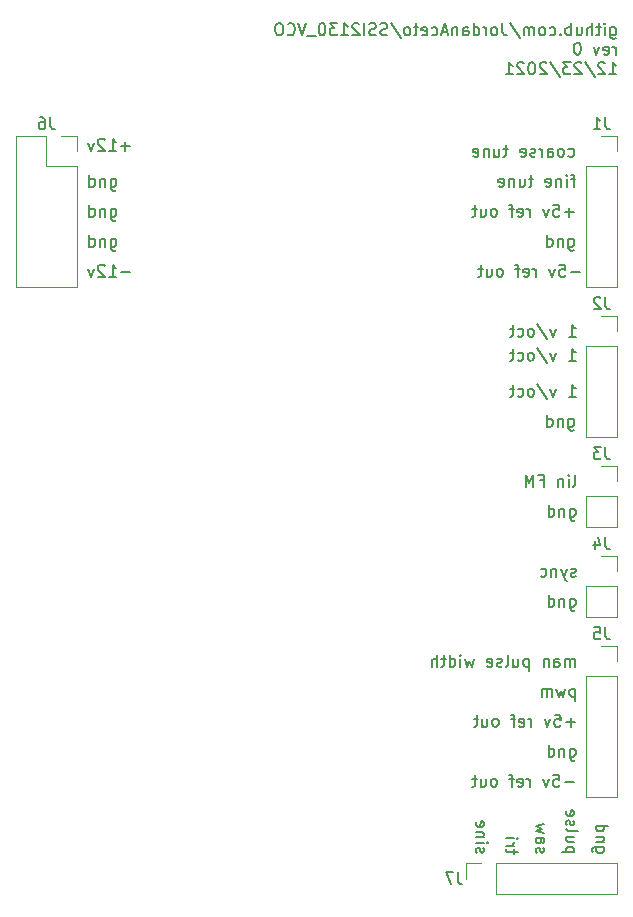
<source format=gbo>
G04 #@! TF.GenerationSoftware,KiCad,Pcbnew,5.1.12-84ad8e8a86~92~ubuntu20.04.1*
G04 #@! TF.CreationDate,2021-12-23T13:48:03-05:00*
G04 #@! TF.ProjectId,SSI2130_VCO,53534932-3133-4305-9f56-434f2e6b6963,0*
G04 #@! TF.SameCoordinates,Original*
G04 #@! TF.FileFunction,Legend,Bot*
G04 #@! TF.FilePolarity,Positive*
%FSLAX46Y46*%
G04 Gerber Fmt 4.6, Leading zero omitted, Abs format (unit mm)*
G04 Created by KiCad (PCBNEW 5.1.12-84ad8e8a86~92~ubuntu20.04.1) date 2021-12-23 13:48:03*
%MOMM*%
%LPD*%
G01*
G04 APERTURE LIST*
%ADD10C,0.150000*%
%ADD11C,0.120000*%
%ADD12C,1.440000*%
%ADD13O,1.700000X1.700000*%
%ADD14R,1.700000X1.700000*%
%ADD15C,5.600000*%
G04 APERTURE END LIST*
D10*
X79499833Y-27599714D02*
X79499833Y-28409238D01*
X79547452Y-28504476D01*
X79595071Y-28552095D01*
X79690309Y-28599714D01*
X79833166Y-28599714D01*
X79928404Y-28552095D01*
X79499833Y-28218761D02*
X79595071Y-28266380D01*
X79785547Y-28266380D01*
X79880785Y-28218761D01*
X79928404Y-28171142D01*
X79976023Y-28075904D01*
X79976023Y-27790190D01*
X79928404Y-27694952D01*
X79880785Y-27647333D01*
X79785547Y-27599714D01*
X79595071Y-27599714D01*
X79499833Y-27647333D01*
X79023642Y-28266380D02*
X79023642Y-27599714D01*
X79023642Y-27266380D02*
X79071261Y-27314000D01*
X79023642Y-27361619D01*
X78976023Y-27314000D01*
X79023642Y-27266380D01*
X79023642Y-27361619D01*
X78690309Y-27599714D02*
X78309357Y-27599714D01*
X78547452Y-27266380D02*
X78547452Y-28123523D01*
X78499833Y-28218761D01*
X78404595Y-28266380D01*
X78309357Y-28266380D01*
X77976023Y-28266380D02*
X77976023Y-27266380D01*
X77547452Y-28266380D02*
X77547452Y-27742571D01*
X77595071Y-27647333D01*
X77690309Y-27599714D01*
X77833166Y-27599714D01*
X77928404Y-27647333D01*
X77976023Y-27694952D01*
X76642690Y-27599714D02*
X76642690Y-28266380D01*
X77071261Y-27599714D02*
X77071261Y-28123523D01*
X77023642Y-28218761D01*
X76928404Y-28266380D01*
X76785547Y-28266380D01*
X76690309Y-28218761D01*
X76642690Y-28171142D01*
X76166500Y-28266380D02*
X76166500Y-27266380D01*
X76166500Y-27647333D02*
X76071261Y-27599714D01*
X75880785Y-27599714D01*
X75785547Y-27647333D01*
X75737928Y-27694952D01*
X75690309Y-27790190D01*
X75690309Y-28075904D01*
X75737928Y-28171142D01*
X75785547Y-28218761D01*
X75880785Y-28266380D01*
X76071261Y-28266380D01*
X76166500Y-28218761D01*
X75261738Y-28171142D02*
X75214119Y-28218761D01*
X75261738Y-28266380D01*
X75309357Y-28218761D01*
X75261738Y-28171142D01*
X75261738Y-28266380D01*
X74356976Y-28218761D02*
X74452214Y-28266380D01*
X74642690Y-28266380D01*
X74737928Y-28218761D01*
X74785547Y-28171142D01*
X74833166Y-28075904D01*
X74833166Y-27790190D01*
X74785547Y-27694952D01*
X74737928Y-27647333D01*
X74642690Y-27599714D01*
X74452214Y-27599714D01*
X74356976Y-27647333D01*
X73785547Y-28266380D02*
X73880785Y-28218761D01*
X73928404Y-28171142D01*
X73976023Y-28075904D01*
X73976023Y-27790190D01*
X73928404Y-27694952D01*
X73880785Y-27647333D01*
X73785547Y-27599714D01*
X73642690Y-27599714D01*
X73547452Y-27647333D01*
X73499833Y-27694952D01*
X73452214Y-27790190D01*
X73452214Y-28075904D01*
X73499833Y-28171142D01*
X73547452Y-28218761D01*
X73642690Y-28266380D01*
X73785547Y-28266380D01*
X73023642Y-28266380D02*
X73023642Y-27599714D01*
X73023642Y-27694952D02*
X72976023Y-27647333D01*
X72880785Y-27599714D01*
X72737928Y-27599714D01*
X72642690Y-27647333D01*
X72595071Y-27742571D01*
X72595071Y-28266380D01*
X72595071Y-27742571D02*
X72547452Y-27647333D01*
X72452214Y-27599714D01*
X72309357Y-27599714D01*
X72214119Y-27647333D01*
X72166500Y-27742571D01*
X72166500Y-28266380D01*
X70976023Y-27218761D02*
X71833166Y-28504476D01*
X70356976Y-27266380D02*
X70356976Y-27980666D01*
X70404595Y-28123523D01*
X70499833Y-28218761D01*
X70642690Y-28266380D01*
X70737928Y-28266380D01*
X69737928Y-28266380D02*
X69833166Y-28218761D01*
X69880785Y-28171142D01*
X69928404Y-28075904D01*
X69928404Y-27790190D01*
X69880785Y-27694952D01*
X69833166Y-27647333D01*
X69737928Y-27599714D01*
X69595071Y-27599714D01*
X69499833Y-27647333D01*
X69452214Y-27694952D01*
X69404595Y-27790190D01*
X69404595Y-28075904D01*
X69452214Y-28171142D01*
X69499833Y-28218761D01*
X69595071Y-28266380D01*
X69737928Y-28266380D01*
X68976023Y-28266380D02*
X68976023Y-27599714D01*
X68976023Y-27790190D02*
X68928404Y-27694952D01*
X68880785Y-27647333D01*
X68785547Y-27599714D01*
X68690309Y-27599714D01*
X67928404Y-28266380D02*
X67928404Y-27266380D01*
X67928404Y-28218761D02*
X68023642Y-28266380D01*
X68214119Y-28266380D01*
X68309357Y-28218761D01*
X68356976Y-28171142D01*
X68404595Y-28075904D01*
X68404595Y-27790190D01*
X68356976Y-27694952D01*
X68309357Y-27647333D01*
X68214119Y-27599714D01*
X68023642Y-27599714D01*
X67928404Y-27647333D01*
X67023642Y-28266380D02*
X67023642Y-27742571D01*
X67071261Y-27647333D01*
X67166500Y-27599714D01*
X67356976Y-27599714D01*
X67452214Y-27647333D01*
X67023642Y-28218761D02*
X67118880Y-28266380D01*
X67356976Y-28266380D01*
X67452214Y-28218761D01*
X67499833Y-28123523D01*
X67499833Y-28028285D01*
X67452214Y-27933047D01*
X67356976Y-27885428D01*
X67118880Y-27885428D01*
X67023642Y-27837809D01*
X66547452Y-27599714D02*
X66547452Y-28266380D01*
X66547452Y-27694952D02*
X66499833Y-27647333D01*
X66404595Y-27599714D01*
X66261738Y-27599714D01*
X66166500Y-27647333D01*
X66118880Y-27742571D01*
X66118880Y-28266380D01*
X65690309Y-27980666D02*
X65214119Y-27980666D01*
X65785547Y-28266380D02*
X65452214Y-27266380D01*
X65118880Y-28266380D01*
X64356976Y-28218761D02*
X64452214Y-28266380D01*
X64642690Y-28266380D01*
X64737928Y-28218761D01*
X64785547Y-28171142D01*
X64833166Y-28075904D01*
X64833166Y-27790190D01*
X64785547Y-27694952D01*
X64737928Y-27647333D01*
X64642690Y-27599714D01*
X64452214Y-27599714D01*
X64356976Y-27647333D01*
X63547452Y-28218761D02*
X63642690Y-28266380D01*
X63833166Y-28266380D01*
X63928404Y-28218761D01*
X63976023Y-28123523D01*
X63976023Y-27742571D01*
X63928404Y-27647333D01*
X63833166Y-27599714D01*
X63642690Y-27599714D01*
X63547452Y-27647333D01*
X63499833Y-27742571D01*
X63499833Y-27837809D01*
X63976023Y-27933047D01*
X63214119Y-27599714D02*
X62833166Y-27599714D01*
X63071261Y-27266380D02*
X63071261Y-28123523D01*
X63023642Y-28218761D01*
X62928404Y-28266380D01*
X62833166Y-28266380D01*
X62356976Y-28266380D02*
X62452214Y-28218761D01*
X62499833Y-28171142D01*
X62547452Y-28075904D01*
X62547452Y-27790190D01*
X62499833Y-27694952D01*
X62452214Y-27647333D01*
X62356976Y-27599714D01*
X62214119Y-27599714D01*
X62118880Y-27647333D01*
X62071261Y-27694952D01*
X62023642Y-27790190D01*
X62023642Y-28075904D01*
X62071261Y-28171142D01*
X62118880Y-28218761D01*
X62214119Y-28266380D01*
X62356976Y-28266380D01*
X60880785Y-27218761D02*
X61737928Y-28504476D01*
X60595071Y-28218761D02*
X60452214Y-28266380D01*
X60214119Y-28266380D01*
X60118880Y-28218761D01*
X60071261Y-28171142D01*
X60023642Y-28075904D01*
X60023642Y-27980666D01*
X60071261Y-27885428D01*
X60118880Y-27837809D01*
X60214119Y-27790190D01*
X60404595Y-27742571D01*
X60499833Y-27694952D01*
X60547452Y-27647333D01*
X60595071Y-27552095D01*
X60595071Y-27456857D01*
X60547452Y-27361619D01*
X60499833Y-27314000D01*
X60404595Y-27266380D01*
X60166500Y-27266380D01*
X60023642Y-27314000D01*
X59642690Y-28218761D02*
X59499833Y-28266380D01*
X59261738Y-28266380D01*
X59166500Y-28218761D01*
X59118880Y-28171142D01*
X59071261Y-28075904D01*
X59071261Y-27980666D01*
X59118880Y-27885428D01*
X59166500Y-27837809D01*
X59261738Y-27790190D01*
X59452214Y-27742571D01*
X59547452Y-27694952D01*
X59595071Y-27647333D01*
X59642690Y-27552095D01*
X59642690Y-27456857D01*
X59595071Y-27361619D01*
X59547452Y-27314000D01*
X59452214Y-27266380D01*
X59214119Y-27266380D01*
X59071261Y-27314000D01*
X58642690Y-28266380D02*
X58642690Y-27266380D01*
X58214119Y-27361619D02*
X58166500Y-27314000D01*
X58071261Y-27266380D01*
X57833166Y-27266380D01*
X57737928Y-27314000D01*
X57690309Y-27361619D01*
X57642690Y-27456857D01*
X57642690Y-27552095D01*
X57690309Y-27694952D01*
X58261738Y-28266380D01*
X57642690Y-28266380D01*
X56690309Y-28266380D02*
X57261738Y-28266380D01*
X56976023Y-28266380D02*
X56976023Y-27266380D01*
X57071261Y-27409238D01*
X57166500Y-27504476D01*
X57261738Y-27552095D01*
X56356976Y-27266380D02*
X55737928Y-27266380D01*
X56071261Y-27647333D01*
X55928404Y-27647333D01*
X55833166Y-27694952D01*
X55785547Y-27742571D01*
X55737928Y-27837809D01*
X55737928Y-28075904D01*
X55785547Y-28171142D01*
X55833166Y-28218761D01*
X55928404Y-28266380D01*
X56214119Y-28266380D01*
X56309357Y-28218761D01*
X56356976Y-28171142D01*
X55118880Y-27266380D02*
X55023642Y-27266380D01*
X54928404Y-27314000D01*
X54880785Y-27361619D01*
X54833166Y-27456857D01*
X54785547Y-27647333D01*
X54785547Y-27885428D01*
X54833166Y-28075904D01*
X54880785Y-28171142D01*
X54928404Y-28218761D01*
X55023642Y-28266380D01*
X55118880Y-28266380D01*
X55214119Y-28218761D01*
X55261738Y-28171142D01*
X55309357Y-28075904D01*
X55356976Y-27885428D01*
X55356976Y-27647333D01*
X55309357Y-27456857D01*
X55261738Y-27361619D01*
X55214119Y-27314000D01*
X55118880Y-27266380D01*
X54595071Y-28361619D02*
X53833166Y-28361619D01*
X53737928Y-27266380D02*
X53404595Y-28266380D01*
X53071261Y-27266380D01*
X52166500Y-28171142D02*
X52214119Y-28218761D01*
X52356976Y-28266380D01*
X52452214Y-28266380D01*
X52595071Y-28218761D01*
X52690309Y-28123523D01*
X52737928Y-28028285D01*
X52785547Y-27837809D01*
X52785547Y-27694952D01*
X52737928Y-27504476D01*
X52690309Y-27409238D01*
X52595071Y-27314000D01*
X52452214Y-27266380D01*
X52356976Y-27266380D01*
X52214119Y-27314000D01*
X52166500Y-27361619D01*
X51547452Y-27266380D02*
X51356976Y-27266380D01*
X51261738Y-27314000D01*
X51166500Y-27409238D01*
X51118880Y-27599714D01*
X51118880Y-27933047D01*
X51166500Y-28123523D01*
X51261738Y-28218761D01*
X51356976Y-28266380D01*
X51547452Y-28266380D01*
X51642690Y-28218761D01*
X51737928Y-28123523D01*
X51785547Y-27933047D01*
X51785547Y-27599714D01*
X51737928Y-27409238D01*
X51642690Y-27314000D01*
X51547452Y-27266380D01*
X79928404Y-29916380D02*
X79928404Y-29249714D01*
X79928404Y-29440190D02*
X79880785Y-29344952D01*
X79833166Y-29297333D01*
X79737928Y-29249714D01*
X79642690Y-29249714D01*
X78928404Y-29868761D02*
X79023642Y-29916380D01*
X79214119Y-29916380D01*
X79309357Y-29868761D01*
X79356976Y-29773523D01*
X79356976Y-29392571D01*
X79309357Y-29297333D01*
X79214119Y-29249714D01*
X79023642Y-29249714D01*
X78928404Y-29297333D01*
X78880785Y-29392571D01*
X78880785Y-29487809D01*
X79356976Y-29583047D01*
X78547452Y-29249714D02*
X78309357Y-29916380D01*
X78071261Y-29249714D01*
X76737928Y-28916380D02*
X76642690Y-28916380D01*
X76547452Y-28964000D01*
X76499833Y-29011619D01*
X76452214Y-29106857D01*
X76404595Y-29297333D01*
X76404595Y-29535428D01*
X76452214Y-29725904D01*
X76499833Y-29821142D01*
X76547452Y-29868761D01*
X76642690Y-29916380D01*
X76737928Y-29916380D01*
X76833166Y-29868761D01*
X76880785Y-29821142D01*
X76928404Y-29725904D01*
X76976023Y-29535428D01*
X76976023Y-29297333D01*
X76928404Y-29106857D01*
X76880785Y-29011619D01*
X76833166Y-28964000D01*
X76737928Y-28916380D01*
X79404595Y-31566380D02*
X79976023Y-31566380D01*
X79690309Y-31566380D02*
X79690309Y-30566380D01*
X79785547Y-30709238D01*
X79880785Y-30804476D01*
X79976023Y-30852095D01*
X79023642Y-30661619D02*
X78976023Y-30614000D01*
X78880785Y-30566380D01*
X78642690Y-30566380D01*
X78547452Y-30614000D01*
X78499833Y-30661619D01*
X78452214Y-30756857D01*
X78452214Y-30852095D01*
X78499833Y-30994952D01*
X79071261Y-31566380D01*
X78452214Y-31566380D01*
X77309357Y-30518761D02*
X78166500Y-31804476D01*
X77023642Y-30661619D02*
X76976023Y-30614000D01*
X76880785Y-30566380D01*
X76642690Y-30566380D01*
X76547452Y-30614000D01*
X76499833Y-30661619D01*
X76452214Y-30756857D01*
X76452214Y-30852095D01*
X76499833Y-30994952D01*
X77071261Y-31566380D01*
X76452214Y-31566380D01*
X76118880Y-30566380D02*
X75499833Y-30566380D01*
X75833166Y-30947333D01*
X75690309Y-30947333D01*
X75595071Y-30994952D01*
X75547452Y-31042571D01*
X75499833Y-31137809D01*
X75499833Y-31375904D01*
X75547452Y-31471142D01*
X75595071Y-31518761D01*
X75690309Y-31566380D01*
X75976023Y-31566380D01*
X76071261Y-31518761D01*
X76118880Y-31471142D01*
X74356976Y-30518761D02*
X75214119Y-31804476D01*
X74071261Y-30661619D02*
X74023642Y-30614000D01*
X73928404Y-30566380D01*
X73690309Y-30566380D01*
X73595071Y-30614000D01*
X73547452Y-30661619D01*
X73499833Y-30756857D01*
X73499833Y-30852095D01*
X73547452Y-30994952D01*
X74118880Y-31566380D01*
X73499833Y-31566380D01*
X72880785Y-30566380D02*
X72785547Y-30566380D01*
X72690309Y-30614000D01*
X72642690Y-30661619D01*
X72595071Y-30756857D01*
X72547452Y-30947333D01*
X72547452Y-31185428D01*
X72595071Y-31375904D01*
X72642690Y-31471142D01*
X72690309Y-31518761D01*
X72785547Y-31566380D01*
X72880785Y-31566380D01*
X72976023Y-31518761D01*
X73023642Y-31471142D01*
X73071261Y-31375904D01*
X73118880Y-31185428D01*
X73118880Y-30947333D01*
X73071261Y-30756857D01*
X73023642Y-30661619D01*
X72976023Y-30614000D01*
X72880785Y-30566380D01*
X72166500Y-30661619D02*
X72118880Y-30614000D01*
X72023642Y-30566380D01*
X71785547Y-30566380D01*
X71690309Y-30614000D01*
X71642690Y-30661619D01*
X71595071Y-30756857D01*
X71595071Y-30852095D01*
X71642690Y-30994952D01*
X72214119Y-31566380D01*
X71595071Y-31566380D01*
X70642690Y-31566380D02*
X71214119Y-31566380D01*
X70928404Y-31566380D02*
X70928404Y-30566380D01*
X71023642Y-30709238D01*
X71118880Y-30804476D01*
X71214119Y-30852095D01*
X38816166Y-48331428D02*
X38054261Y-48331428D01*
X37054261Y-48712380D02*
X37625690Y-48712380D01*
X37339976Y-48712380D02*
X37339976Y-47712380D01*
X37435214Y-47855238D01*
X37530452Y-47950476D01*
X37625690Y-47998095D01*
X36673309Y-47807619D02*
X36625690Y-47760000D01*
X36530452Y-47712380D01*
X36292357Y-47712380D01*
X36197119Y-47760000D01*
X36149500Y-47807619D01*
X36101880Y-47902857D01*
X36101880Y-47998095D01*
X36149500Y-48140952D01*
X36720928Y-48712380D01*
X36101880Y-48712380D01*
X35768547Y-48045714D02*
X35530452Y-48712380D01*
X35292357Y-48045714D01*
X37197119Y-45505714D02*
X37197119Y-46315238D01*
X37244738Y-46410476D01*
X37292357Y-46458095D01*
X37387595Y-46505714D01*
X37530452Y-46505714D01*
X37625690Y-46458095D01*
X37197119Y-46124761D02*
X37292357Y-46172380D01*
X37482833Y-46172380D01*
X37578071Y-46124761D01*
X37625690Y-46077142D01*
X37673309Y-45981904D01*
X37673309Y-45696190D01*
X37625690Y-45600952D01*
X37578071Y-45553333D01*
X37482833Y-45505714D01*
X37292357Y-45505714D01*
X37197119Y-45553333D01*
X36720928Y-45505714D02*
X36720928Y-46172380D01*
X36720928Y-45600952D02*
X36673309Y-45553333D01*
X36578071Y-45505714D01*
X36435214Y-45505714D01*
X36339976Y-45553333D01*
X36292357Y-45648571D01*
X36292357Y-46172380D01*
X35387595Y-46172380D02*
X35387595Y-45172380D01*
X35387595Y-46124761D02*
X35482833Y-46172380D01*
X35673309Y-46172380D01*
X35768547Y-46124761D01*
X35816166Y-46077142D01*
X35863785Y-45981904D01*
X35863785Y-45696190D01*
X35816166Y-45600952D01*
X35768547Y-45553333D01*
X35673309Y-45505714D01*
X35482833Y-45505714D01*
X35387595Y-45553333D01*
X37197119Y-42965714D02*
X37197119Y-43775238D01*
X37244738Y-43870476D01*
X37292357Y-43918095D01*
X37387595Y-43965714D01*
X37530452Y-43965714D01*
X37625690Y-43918095D01*
X37197119Y-43584761D02*
X37292357Y-43632380D01*
X37482833Y-43632380D01*
X37578071Y-43584761D01*
X37625690Y-43537142D01*
X37673309Y-43441904D01*
X37673309Y-43156190D01*
X37625690Y-43060952D01*
X37578071Y-43013333D01*
X37482833Y-42965714D01*
X37292357Y-42965714D01*
X37197119Y-43013333D01*
X36720928Y-42965714D02*
X36720928Y-43632380D01*
X36720928Y-43060952D02*
X36673309Y-43013333D01*
X36578071Y-42965714D01*
X36435214Y-42965714D01*
X36339976Y-43013333D01*
X36292357Y-43108571D01*
X36292357Y-43632380D01*
X35387595Y-43632380D02*
X35387595Y-42632380D01*
X35387595Y-43584761D02*
X35482833Y-43632380D01*
X35673309Y-43632380D01*
X35768547Y-43584761D01*
X35816166Y-43537142D01*
X35863785Y-43441904D01*
X35863785Y-43156190D01*
X35816166Y-43060952D01*
X35768547Y-43013333D01*
X35673309Y-42965714D01*
X35482833Y-42965714D01*
X35387595Y-43013333D01*
X37197119Y-40425714D02*
X37197119Y-41235238D01*
X37244738Y-41330476D01*
X37292357Y-41378095D01*
X37387595Y-41425714D01*
X37530452Y-41425714D01*
X37625690Y-41378095D01*
X37197119Y-41044761D02*
X37292357Y-41092380D01*
X37482833Y-41092380D01*
X37578071Y-41044761D01*
X37625690Y-40997142D01*
X37673309Y-40901904D01*
X37673309Y-40616190D01*
X37625690Y-40520952D01*
X37578071Y-40473333D01*
X37482833Y-40425714D01*
X37292357Y-40425714D01*
X37197119Y-40473333D01*
X36720928Y-40425714D02*
X36720928Y-41092380D01*
X36720928Y-40520952D02*
X36673309Y-40473333D01*
X36578071Y-40425714D01*
X36435214Y-40425714D01*
X36339976Y-40473333D01*
X36292357Y-40568571D01*
X36292357Y-41092380D01*
X35387595Y-41092380D02*
X35387595Y-40092380D01*
X35387595Y-41044761D02*
X35482833Y-41092380D01*
X35673309Y-41092380D01*
X35768547Y-41044761D01*
X35816166Y-40997142D01*
X35863785Y-40901904D01*
X35863785Y-40616190D01*
X35816166Y-40520952D01*
X35768547Y-40473333D01*
X35673309Y-40425714D01*
X35482833Y-40425714D01*
X35387595Y-40473333D01*
X38816166Y-37663428D02*
X38054261Y-37663428D01*
X38435214Y-38044380D02*
X38435214Y-37282476D01*
X37054261Y-38044380D02*
X37625690Y-38044380D01*
X37339976Y-38044380D02*
X37339976Y-37044380D01*
X37435214Y-37187238D01*
X37530452Y-37282476D01*
X37625690Y-37330095D01*
X36673309Y-37139619D02*
X36625690Y-37092000D01*
X36530452Y-37044380D01*
X36292357Y-37044380D01*
X36197119Y-37092000D01*
X36149500Y-37139619D01*
X36101880Y-37234857D01*
X36101880Y-37330095D01*
X36149500Y-37472952D01*
X36720928Y-38044380D01*
X36101880Y-38044380D01*
X35768547Y-37377714D02*
X35530452Y-38044380D01*
X35292357Y-37377714D01*
X76880404Y-48331428D02*
X76118500Y-48331428D01*
X75166119Y-47712380D02*
X75642309Y-47712380D01*
X75689928Y-48188571D01*
X75642309Y-48140952D01*
X75547071Y-48093333D01*
X75308976Y-48093333D01*
X75213738Y-48140952D01*
X75166119Y-48188571D01*
X75118500Y-48283809D01*
X75118500Y-48521904D01*
X75166119Y-48617142D01*
X75213738Y-48664761D01*
X75308976Y-48712380D01*
X75547071Y-48712380D01*
X75642309Y-48664761D01*
X75689928Y-48617142D01*
X74785166Y-48045714D02*
X74547071Y-48712380D01*
X74308976Y-48045714D01*
X73166119Y-48712380D02*
X73166119Y-48045714D01*
X73166119Y-48236190D02*
X73118500Y-48140952D01*
X73070880Y-48093333D01*
X72975642Y-48045714D01*
X72880404Y-48045714D01*
X72166119Y-48664761D02*
X72261357Y-48712380D01*
X72451833Y-48712380D01*
X72547071Y-48664761D01*
X72594690Y-48569523D01*
X72594690Y-48188571D01*
X72547071Y-48093333D01*
X72451833Y-48045714D01*
X72261357Y-48045714D01*
X72166119Y-48093333D01*
X72118500Y-48188571D01*
X72118500Y-48283809D01*
X72594690Y-48379047D01*
X71832785Y-48045714D02*
X71451833Y-48045714D01*
X71689928Y-48712380D02*
X71689928Y-47855238D01*
X71642309Y-47760000D01*
X71547071Y-47712380D01*
X71451833Y-47712380D01*
X70213738Y-48712380D02*
X70308976Y-48664761D01*
X70356595Y-48617142D01*
X70404214Y-48521904D01*
X70404214Y-48236190D01*
X70356595Y-48140952D01*
X70308976Y-48093333D01*
X70213738Y-48045714D01*
X70070880Y-48045714D01*
X69975642Y-48093333D01*
X69928023Y-48140952D01*
X69880404Y-48236190D01*
X69880404Y-48521904D01*
X69928023Y-48617142D01*
X69975642Y-48664761D01*
X70070880Y-48712380D01*
X70213738Y-48712380D01*
X69023261Y-48045714D02*
X69023261Y-48712380D01*
X69451833Y-48045714D02*
X69451833Y-48569523D01*
X69404214Y-48664761D01*
X69308976Y-48712380D01*
X69166119Y-48712380D01*
X69070880Y-48664761D01*
X69023261Y-48617142D01*
X68689928Y-48045714D02*
X68308976Y-48045714D01*
X68547071Y-47712380D02*
X68547071Y-48569523D01*
X68499452Y-48664761D01*
X68404214Y-48712380D01*
X68308976Y-48712380D01*
X75943833Y-45505714D02*
X75943833Y-46315238D01*
X75991452Y-46410476D01*
X76039071Y-46458095D01*
X76134309Y-46505714D01*
X76277166Y-46505714D01*
X76372404Y-46458095D01*
X75943833Y-46124761D02*
X76039071Y-46172380D01*
X76229547Y-46172380D01*
X76324785Y-46124761D01*
X76372404Y-46077142D01*
X76420023Y-45981904D01*
X76420023Y-45696190D01*
X76372404Y-45600952D01*
X76324785Y-45553333D01*
X76229547Y-45505714D01*
X76039071Y-45505714D01*
X75943833Y-45553333D01*
X75467642Y-45505714D02*
X75467642Y-46172380D01*
X75467642Y-45600952D02*
X75420023Y-45553333D01*
X75324785Y-45505714D01*
X75181928Y-45505714D01*
X75086690Y-45553333D01*
X75039071Y-45648571D01*
X75039071Y-46172380D01*
X74134309Y-46172380D02*
X74134309Y-45172380D01*
X74134309Y-46124761D02*
X74229547Y-46172380D01*
X74420023Y-46172380D01*
X74515261Y-46124761D01*
X74562880Y-46077142D01*
X74610500Y-45981904D01*
X74610500Y-45696190D01*
X74562880Y-45600952D01*
X74515261Y-45553333D01*
X74420023Y-45505714D01*
X74229547Y-45505714D01*
X74134309Y-45553333D01*
X76372404Y-43251428D02*
X75610500Y-43251428D01*
X75991452Y-43632380D02*
X75991452Y-42870476D01*
X74658119Y-42632380D02*
X75134309Y-42632380D01*
X75181928Y-43108571D01*
X75134309Y-43060952D01*
X75039071Y-43013333D01*
X74800976Y-43013333D01*
X74705738Y-43060952D01*
X74658119Y-43108571D01*
X74610500Y-43203809D01*
X74610500Y-43441904D01*
X74658119Y-43537142D01*
X74705738Y-43584761D01*
X74800976Y-43632380D01*
X75039071Y-43632380D01*
X75134309Y-43584761D01*
X75181928Y-43537142D01*
X74277166Y-42965714D02*
X74039071Y-43632380D01*
X73800976Y-42965714D01*
X72658119Y-43632380D02*
X72658119Y-42965714D01*
X72658119Y-43156190D02*
X72610500Y-43060952D01*
X72562880Y-43013333D01*
X72467642Y-42965714D01*
X72372404Y-42965714D01*
X71658119Y-43584761D02*
X71753357Y-43632380D01*
X71943833Y-43632380D01*
X72039071Y-43584761D01*
X72086690Y-43489523D01*
X72086690Y-43108571D01*
X72039071Y-43013333D01*
X71943833Y-42965714D01*
X71753357Y-42965714D01*
X71658119Y-43013333D01*
X71610500Y-43108571D01*
X71610500Y-43203809D01*
X72086690Y-43299047D01*
X71324785Y-42965714D02*
X70943833Y-42965714D01*
X71181928Y-43632380D02*
X71181928Y-42775238D01*
X71134309Y-42680000D01*
X71039071Y-42632380D01*
X70943833Y-42632380D01*
X69705738Y-43632380D02*
X69800976Y-43584761D01*
X69848595Y-43537142D01*
X69896214Y-43441904D01*
X69896214Y-43156190D01*
X69848595Y-43060952D01*
X69800976Y-43013333D01*
X69705738Y-42965714D01*
X69562880Y-42965714D01*
X69467642Y-43013333D01*
X69420023Y-43060952D01*
X69372404Y-43156190D01*
X69372404Y-43441904D01*
X69420023Y-43537142D01*
X69467642Y-43584761D01*
X69562880Y-43632380D01*
X69705738Y-43632380D01*
X68515261Y-42965714D02*
X68515261Y-43632380D01*
X68943833Y-42965714D02*
X68943833Y-43489523D01*
X68896214Y-43584761D01*
X68800976Y-43632380D01*
X68658119Y-43632380D01*
X68562880Y-43584761D01*
X68515261Y-43537142D01*
X68181928Y-42965714D02*
X67800976Y-42965714D01*
X68039071Y-42632380D02*
X68039071Y-43489523D01*
X67991452Y-43584761D01*
X67896214Y-43632380D01*
X67800976Y-43632380D01*
X76515261Y-40425714D02*
X76134309Y-40425714D01*
X76372404Y-41092380D02*
X76372404Y-40235238D01*
X76324785Y-40140000D01*
X76229547Y-40092380D01*
X76134309Y-40092380D01*
X75800976Y-41092380D02*
X75800976Y-40425714D01*
X75800976Y-40092380D02*
X75848595Y-40140000D01*
X75800976Y-40187619D01*
X75753357Y-40140000D01*
X75800976Y-40092380D01*
X75800976Y-40187619D01*
X75324785Y-40425714D02*
X75324785Y-41092380D01*
X75324785Y-40520952D02*
X75277166Y-40473333D01*
X75181928Y-40425714D01*
X75039071Y-40425714D01*
X74943833Y-40473333D01*
X74896214Y-40568571D01*
X74896214Y-41092380D01*
X74039071Y-41044761D02*
X74134309Y-41092380D01*
X74324785Y-41092380D01*
X74420023Y-41044761D01*
X74467642Y-40949523D01*
X74467642Y-40568571D01*
X74420023Y-40473333D01*
X74324785Y-40425714D01*
X74134309Y-40425714D01*
X74039071Y-40473333D01*
X73991452Y-40568571D01*
X73991452Y-40663809D01*
X74467642Y-40759047D01*
X72943833Y-40425714D02*
X72562880Y-40425714D01*
X72800976Y-40092380D02*
X72800976Y-40949523D01*
X72753357Y-41044761D01*
X72658119Y-41092380D01*
X72562880Y-41092380D01*
X71800976Y-40425714D02*
X71800976Y-41092380D01*
X72229547Y-40425714D02*
X72229547Y-40949523D01*
X72181928Y-41044761D01*
X72086690Y-41092380D01*
X71943833Y-41092380D01*
X71848595Y-41044761D01*
X71800976Y-40997142D01*
X71324785Y-40425714D02*
X71324785Y-41092380D01*
X71324785Y-40520952D02*
X71277166Y-40473333D01*
X71181928Y-40425714D01*
X71039071Y-40425714D01*
X70943833Y-40473333D01*
X70896214Y-40568571D01*
X70896214Y-41092380D01*
X70039071Y-41044761D02*
X70134309Y-41092380D01*
X70324785Y-41092380D01*
X70420023Y-41044761D01*
X70467642Y-40949523D01*
X70467642Y-40568571D01*
X70420023Y-40473333D01*
X70324785Y-40425714D01*
X70134309Y-40425714D01*
X70039071Y-40473333D01*
X69991452Y-40568571D01*
X69991452Y-40663809D01*
X70467642Y-40759047D01*
X75943833Y-38504761D02*
X76039071Y-38552380D01*
X76229547Y-38552380D01*
X76324785Y-38504761D01*
X76372404Y-38457142D01*
X76420023Y-38361904D01*
X76420023Y-38076190D01*
X76372404Y-37980952D01*
X76324785Y-37933333D01*
X76229547Y-37885714D01*
X76039071Y-37885714D01*
X75943833Y-37933333D01*
X75372404Y-38552380D02*
X75467642Y-38504761D01*
X75515261Y-38457142D01*
X75562880Y-38361904D01*
X75562880Y-38076190D01*
X75515261Y-37980952D01*
X75467642Y-37933333D01*
X75372404Y-37885714D01*
X75229547Y-37885714D01*
X75134309Y-37933333D01*
X75086690Y-37980952D01*
X75039071Y-38076190D01*
X75039071Y-38361904D01*
X75086690Y-38457142D01*
X75134309Y-38504761D01*
X75229547Y-38552380D01*
X75372404Y-38552380D01*
X74181928Y-38552380D02*
X74181928Y-38028571D01*
X74229547Y-37933333D01*
X74324785Y-37885714D01*
X74515261Y-37885714D01*
X74610500Y-37933333D01*
X74181928Y-38504761D02*
X74277166Y-38552380D01*
X74515261Y-38552380D01*
X74610500Y-38504761D01*
X74658119Y-38409523D01*
X74658119Y-38314285D01*
X74610500Y-38219047D01*
X74515261Y-38171428D01*
X74277166Y-38171428D01*
X74181928Y-38123809D01*
X73705738Y-38552380D02*
X73705738Y-37885714D01*
X73705738Y-38076190D02*
X73658119Y-37980952D01*
X73610500Y-37933333D01*
X73515261Y-37885714D01*
X73420023Y-37885714D01*
X73134309Y-38504761D02*
X73039071Y-38552380D01*
X72848595Y-38552380D01*
X72753357Y-38504761D01*
X72705738Y-38409523D01*
X72705738Y-38361904D01*
X72753357Y-38266666D01*
X72848595Y-38219047D01*
X72991452Y-38219047D01*
X73086690Y-38171428D01*
X73134309Y-38076190D01*
X73134309Y-38028571D01*
X73086690Y-37933333D01*
X72991452Y-37885714D01*
X72848595Y-37885714D01*
X72753357Y-37933333D01*
X71896214Y-38504761D02*
X71991452Y-38552380D01*
X72181928Y-38552380D01*
X72277166Y-38504761D01*
X72324785Y-38409523D01*
X72324785Y-38028571D01*
X72277166Y-37933333D01*
X72181928Y-37885714D01*
X71991452Y-37885714D01*
X71896214Y-37933333D01*
X71848595Y-38028571D01*
X71848595Y-38123809D01*
X72324785Y-38219047D01*
X70800976Y-37885714D02*
X70420023Y-37885714D01*
X70658119Y-37552380D02*
X70658119Y-38409523D01*
X70610500Y-38504761D01*
X70515261Y-38552380D01*
X70420023Y-38552380D01*
X69658119Y-37885714D02*
X69658119Y-38552380D01*
X70086690Y-37885714D02*
X70086690Y-38409523D01*
X70039071Y-38504761D01*
X69943833Y-38552380D01*
X69800976Y-38552380D01*
X69705738Y-38504761D01*
X69658119Y-38457142D01*
X69181928Y-37885714D02*
X69181928Y-38552380D01*
X69181928Y-37980952D02*
X69134309Y-37933333D01*
X69039071Y-37885714D01*
X68896214Y-37885714D01*
X68800976Y-37933333D01*
X68753357Y-38028571D01*
X68753357Y-38552380D01*
X67896214Y-38504761D02*
X67991452Y-38552380D01*
X68181928Y-38552380D01*
X68277166Y-38504761D01*
X68324785Y-38409523D01*
X68324785Y-38028571D01*
X68277166Y-37933333D01*
X68181928Y-37885714D01*
X67991452Y-37885714D01*
X67896214Y-37933333D01*
X67848595Y-38028571D01*
X67848595Y-38123809D01*
X68324785Y-38219047D01*
X75943833Y-60745714D02*
X75943833Y-61555238D01*
X75991452Y-61650476D01*
X76039071Y-61698095D01*
X76134309Y-61745714D01*
X76277166Y-61745714D01*
X76372404Y-61698095D01*
X75943833Y-61364761D02*
X76039071Y-61412380D01*
X76229547Y-61412380D01*
X76324785Y-61364761D01*
X76372404Y-61317142D01*
X76420023Y-61221904D01*
X76420023Y-60936190D01*
X76372404Y-60840952D01*
X76324785Y-60793333D01*
X76229547Y-60745714D01*
X76039071Y-60745714D01*
X75943833Y-60793333D01*
X75467642Y-60745714D02*
X75467642Y-61412380D01*
X75467642Y-60840952D02*
X75420023Y-60793333D01*
X75324785Y-60745714D01*
X75181928Y-60745714D01*
X75086690Y-60793333D01*
X75039071Y-60888571D01*
X75039071Y-61412380D01*
X74134309Y-61412380D02*
X74134309Y-60412380D01*
X74134309Y-61364761D02*
X74229547Y-61412380D01*
X74420023Y-61412380D01*
X74515261Y-61364761D01*
X74562880Y-61317142D01*
X74610500Y-61221904D01*
X74610500Y-60936190D01*
X74562880Y-60840952D01*
X74515261Y-60793333D01*
X74420023Y-60745714D01*
X74229547Y-60745714D01*
X74134309Y-60793333D01*
X75975595Y-58872380D02*
X76547023Y-58872380D01*
X76261309Y-58872380D02*
X76261309Y-57872380D01*
X76356547Y-58015238D01*
X76451785Y-58110476D01*
X76547023Y-58158095D01*
X74880357Y-58205714D02*
X74642261Y-58872380D01*
X74404166Y-58205714D01*
X73308928Y-57824761D02*
X74166071Y-59110476D01*
X72832738Y-58872380D02*
X72927976Y-58824761D01*
X72975595Y-58777142D01*
X73023214Y-58681904D01*
X73023214Y-58396190D01*
X72975595Y-58300952D01*
X72927976Y-58253333D01*
X72832738Y-58205714D01*
X72689880Y-58205714D01*
X72594642Y-58253333D01*
X72547023Y-58300952D01*
X72499404Y-58396190D01*
X72499404Y-58681904D01*
X72547023Y-58777142D01*
X72594642Y-58824761D01*
X72689880Y-58872380D01*
X72832738Y-58872380D01*
X71642261Y-58824761D02*
X71737500Y-58872380D01*
X71927976Y-58872380D01*
X72023214Y-58824761D01*
X72070833Y-58777142D01*
X72118452Y-58681904D01*
X72118452Y-58396190D01*
X72070833Y-58300952D01*
X72023214Y-58253333D01*
X71927976Y-58205714D01*
X71737500Y-58205714D01*
X71642261Y-58253333D01*
X71356547Y-58205714D02*
X70975595Y-58205714D01*
X71213690Y-57872380D02*
X71213690Y-58729523D01*
X71166071Y-58824761D01*
X71070833Y-58872380D01*
X70975595Y-58872380D01*
X75975595Y-55824380D02*
X76547023Y-55824380D01*
X76261309Y-55824380D02*
X76261309Y-54824380D01*
X76356547Y-54967238D01*
X76451785Y-55062476D01*
X76547023Y-55110095D01*
X74880357Y-55157714D02*
X74642261Y-55824380D01*
X74404166Y-55157714D01*
X73308928Y-54776761D02*
X74166071Y-56062476D01*
X72832738Y-55824380D02*
X72927976Y-55776761D01*
X72975595Y-55729142D01*
X73023214Y-55633904D01*
X73023214Y-55348190D01*
X72975595Y-55252952D01*
X72927976Y-55205333D01*
X72832738Y-55157714D01*
X72689880Y-55157714D01*
X72594642Y-55205333D01*
X72547023Y-55252952D01*
X72499404Y-55348190D01*
X72499404Y-55633904D01*
X72547023Y-55729142D01*
X72594642Y-55776761D01*
X72689880Y-55824380D01*
X72832738Y-55824380D01*
X71642261Y-55776761D02*
X71737500Y-55824380D01*
X71927976Y-55824380D01*
X72023214Y-55776761D01*
X72070833Y-55729142D01*
X72118452Y-55633904D01*
X72118452Y-55348190D01*
X72070833Y-55252952D01*
X72023214Y-55205333D01*
X71927976Y-55157714D01*
X71737500Y-55157714D01*
X71642261Y-55205333D01*
X71356547Y-55157714D02*
X70975595Y-55157714D01*
X71213690Y-54824380D02*
X71213690Y-55681523D01*
X71166071Y-55776761D01*
X71070833Y-55824380D01*
X70975595Y-55824380D01*
X75975595Y-53792380D02*
X76547023Y-53792380D01*
X76261309Y-53792380D02*
X76261309Y-52792380D01*
X76356547Y-52935238D01*
X76451785Y-53030476D01*
X76547023Y-53078095D01*
X74880357Y-53125714D02*
X74642261Y-53792380D01*
X74404166Y-53125714D01*
X73308928Y-52744761D02*
X74166071Y-54030476D01*
X72832738Y-53792380D02*
X72927976Y-53744761D01*
X72975595Y-53697142D01*
X73023214Y-53601904D01*
X73023214Y-53316190D01*
X72975595Y-53220952D01*
X72927976Y-53173333D01*
X72832738Y-53125714D01*
X72689880Y-53125714D01*
X72594642Y-53173333D01*
X72547023Y-53220952D01*
X72499404Y-53316190D01*
X72499404Y-53601904D01*
X72547023Y-53697142D01*
X72594642Y-53744761D01*
X72689880Y-53792380D01*
X72832738Y-53792380D01*
X71642261Y-53744761D02*
X71737500Y-53792380D01*
X71927976Y-53792380D01*
X72023214Y-53744761D01*
X72070833Y-53697142D01*
X72118452Y-53601904D01*
X72118452Y-53316190D01*
X72070833Y-53220952D01*
X72023214Y-53173333D01*
X71927976Y-53125714D01*
X71737500Y-53125714D01*
X71642261Y-53173333D01*
X71356547Y-53125714D02*
X70975595Y-53125714D01*
X71213690Y-52792380D02*
X71213690Y-53649523D01*
X71166071Y-53744761D01*
X71070833Y-53792380D01*
X70975595Y-53792380D01*
X76070833Y-68365714D02*
X76070833Y-69175238D01*
X76118452Y-69270476D01*
X76166071Y-69318095D01*
X76261309Y-69365714D01*
X76404166Y-69365714D01*
X76499404Y-69318095D01*
X76070833Y-68984761D02*
X76166071Y-69032380D01*
X76356547Y-69032380D01*
X76451785Y-68984761D01*
X76499404Y-68937142D01*
X76547023Y-68841904D01*
X76547023Y-68556190D01*
X76499404Y-68460952D01*
X76451785Y-68413333D01*
X76356547Y-68365714D01*
X76166071Y-68365714D01*
X76070833Y-68413333D01*
X75594642Y-68365714D02*
X75594642Y-69032380D01*
X75594642Y-68460952D02*
X75547023Y-68413333D01*
X75451785Y-68365714D01*
X75308928Y-68365714D01*
X75213690Y-68413333D01*
X75166071Y-68508571D01*
X75166071Y-69032380D01*
X74261309Y-69032380D02*
X74261309Y-68032380D01*
X74261309Y-68984761D02*
X74356547Y-69032380D01*
X74547023Y-69032380D01*
X74642261Y-68984761D01*
X74689880Y-68937142D01*
X74737500Y-68841904D01*
X74737500Y-68556190D01*
X74689880Y-68460952D01*
X74642261Y-68413333D01*
X74547023Y-68365714D01*
X74356547Y-68365714D01*
X74261309Y-68413333D01*
X76356547Y-66492380D02*
X76451785Y-66444761D01*
X76499404Y-66349523D01*
X76499404Y-65492380D01*
X75975595Y-66492380D02*
X75975595Y-65825714D01*
X75975595Y-65492380D02*
X76023214Y-65540000D01*
X75975595Y-65587619D01*
X75927976Y-65540000D01*
X75975595Y-65492380D01*
X75975595Y-65587619D01*
X75499404Y-65825714D02*
X75499404Y-66492380D01*
X75499404Y-65920952D02*
X75451785Y-65873333D01*
X75356547Y-65825714D01*
X75213690Y-65825714D01*
X75118452Y-65873333D01*
X75070833Y-65968571D01*
X75070833Y-66492380D01*
X73499404Y-65968571D02*
X73832738Y-65968571D01*
X73832738Y-66492380D02*
X73832738Y-65492380D01*
X73356547Y-65492380D01*
X72975595Y-66492380D02*
X72975595Y-65492380D01*
X72642261Y-66206666D01*
X72308928Y-65492380D01*
X72308928Y-66492380D01*
X76070833Y-75985714D02*
X76070833Y-76795238D01*
X76118452Y-76890476D01*
X76166071Y-76938095D01*
X76261309Y-76985714D01*
X76404166Y-76985714D01*
X76499404Y-76938095D01*
X76070833Y-76604761D02*
X76166071Y-76652380D01*
X76356547Y-76652380D01*
X76451785Y-76604761D01*
X76499404Y-76557142D01*
X76547023Y-76461904D01*
X76547023Y-76176190D01*
X76499404Y-76080952D01*
X76451785Y-76033333D01*
X76356547Y-75985714D01*
X76166071Y-75985714D01*
X76070833Y-76033333D01*
X75594642Y-75985714D02*
X75594642Y-76652380D01*
X75594642Y-76080952D02*
X75547023Y-76033333D01*
X75451785Y-75985714D01*
X75308928Y-75985714D01*
X75213690Y-76033333D01*
X75166071Y-76128571D01*
X75166071Y-76652380D01*
X74261309Y-76652380D02*
X74261309Y-75652380D01*
X74261309Y-76604761D02*
X74356547Y-76652380D01*
X74547023Y-76652380D01*
X74642261Y-76604761D01*
X74689880Y-76557142D01*
X74737500Y-76461904D01*
X74737500Y-76176190D01*
X74689880Y-76080952D01*
X74642261Y-76033333D01*
X74547023Y-75985714D01*
X74356547Y-75985714D01*
X74261309Y-76033333D01*
X76547023Y-74064761D02*
X76451785Y-74112380D01*
X76261309Y-74112380D01*
X76166071Y-74064761D01*
X76118452Y-73969523D01*
X76118452Y-73921904D01*
X76166071Y-73826666D01*
X76261309Y-73779047D01*
X76404166Y-73779047D01*
X76499404Y-73731428D01*
X76547023Y-73636190D01*
X76547023Y-73588571D01*
X76499404Y-73493333D01*
X76404166Y-73445714D01*
X76261309Y-73445714D01*
X76166071Y-73493333D01*
X75785119Y-73445714D02*
X75547023Y-74112380D01*
X75308928Y-73445714D02*
X75547023Y-74112380D01*
X75642261Y-74350476D01*
X75689880Y-74398095D01*
X75785119Y-74445714D01*
X74927976Y-73445714D02*
X74927976Y-74112380D01*
X74927976Y-73540952D02*
X74880357Y-73493333D01*
X74785119Y-73445714D01*
X74642261Y-73445714D01*
X74547023Y-73493333D01*
X74499404Y-73588571D01*
X74499404Y-74112380D01*
X73594642Y-74064761D02*
X73689880Y-74112380D01*
X73880357Y-74112380D01*
X73975595Y-74064761D01*
X74023214Y-74017142D01*
X74070833Y-73921904D01*
X74070833Y-73636190D01*
X74023214Y-73540952D01*
X73975595Y-73493333D01*
X73880357Y-73445714D01*
X73689880Y-73445714D01*
X73594642Y-73493333D01*
X76372404Y-91511428D02*
X75610500Y-91511428D01*
X74658119Y-90892380D02*
X75134309Y-90892380D01*
X75181928Y-91368571D01*
X75134309Y-91320952D01*
X75039071Y-91273333D01*
X74800976Y-91273333D01*
X74705738Y-91320952D01*
X74658119Y-91368571D01*
X74610500Y-91463809D01*
X74610500Y-91701904D01*
X74658119Y-91797142D01*
X74705738Y-91844761D01*
X74800976Y-91892380D01*
X75039071Y-91892380D01*
X75134309Y-91844761D01*
X75181928Y-91797142D01*
X74277166Y-91225714D02*
X74039071Y-91892380D01*
X73800976Y-91225714D01*
X72658119Y-91892380D02*
X72658119Y-91225714D01*
X72658119Y-91416190D02*
X72610500Y-91320952D01*
X72562880Y-91273333D01*
X72467642Y-91225714D01*
X72372404Y-91225714D01*
X71658119Y-91844761D02*
X71753357Y-91892380D01*
X71943833Y-91892380D01*
X72039071Y-91844761D01*
X72086690Y-91749523D01*
X72086690Y-91368571D01*
X72039071Y-91273333D01*
X71943833Y-91225714D01*
X71753357Y-91225714D01*
X71658119Y-91273333D01*
X71610500Y-91368571D01*
X71610500Y-91463809D01*
X72086690Y-91559047D01*
X71324785Y-91225714D02*
X70943833Y-91225714D01*
X71181928Y-91892380D02*
X71181928Y-91035238D01*
X71134309Y-90940000D01*
X71039071Y-90892380D01*
X70943833Y-90892380D01*
X69705738Y-91892380D02*
X69800976Y-91844761D01*
X69848595Y-91797142D01*
X69896214Y-91701904D01*
X69896214Y-91416190D01*
X69848595Y-91320952D01*
X69800976Y-91273333D01*
X69705738Y-91225714D01*
X69562880Y-91225714D01*
X69467642Y-91273333D01*
X69420023Y-91320952D01*
X69372404Y-91416190D01*
X69372404Y-91701904D01*
X69420023Y-91797142D01*
X69467642Y-91844761D01*
X69562880Y-91892380D01*
X69705738Y-91892380D01*
X68515261Y-91225714D02*
X68515261Y-91892380D01*
X68943833Y-91225714D02*
X68943833Y-91749523D01*
X68896214Y-91844761D01*
X68800976Y-91892380D01*
X68658119Y-91892380D01*
X68562880Y-91844761D01*
X68515261Y-91797142D01*
X68181928Y-91225714D02*
X67800976Y-91225714D01*
X68039071Y-90892380D02*
X68039071Y-91749523D01*
X67991452Y-91844761D01*
X67896214Y-91892380D01*
X67800976Y-91892380D01*
X76070833Y-88685714D02*
X76070833Y-89495238D01*
X76118452Y-89590476D01*
X76166071Y-89638095D01*
X76261309Y-89685714D01*
X76404166Y-89685714D01*
X76499404Y-89638095D01*
X76070833Y-89304761D02*
X76166071Y-89352380D01*
X76356547Y-89352380D01*
X76451785Y-89304761D01*
X76499404Y-89257142D01*
X76547023Y-89161904D01*
X76547023Y-88876190D01*
X76499404Y-88780952D01*
X76451785Y-88733333D01*
X76356547Y-88685714D01*
X76166071Y-88685714D01*
X76070833Y-88733333D01*
X75594642Y-88685714D02*
X75594642Y-89352380D01*
X75594642Y-88780952D02*
X75547023Y-88733333D01*
X75451785Y-88685714D01*
X75308928Y-88685714D01*
X75213690Y-88733333D01*
X75166071Y-88828571D01*
X75166071Y-89352380D01*
X74261309Y-89352380D02*
X74261309Y-88352380D01*
X74261309Y-89304761D02*
X74356547Y-89352380D01*
X74547023Y-89352380D01*
X74642261Y-89304761D01*
X74689880Y-89257142D01*
X74737500Y-89161904D01*
X74737500Y-88876190D01*
X74689880Y-88780952D01*
X74642261Y-88733333D01*
X74547023Y-88685714D01*
X74356547Y-88685714D01*
X74261309Y-88733333D01*
X76499404Y-86431428D02*
X75737500Y-86431428D01*
X76118452Y-86812380D02*
X76118452Y-86050476D01*
X74785119Y-85812380D02*
X75261309Y-85812380D01*
X75308928Y-86288571D01*
X75261309Y-86240952D01*
X75166071Y-86193333D01*
X74927976Y-86193333D01*
X74832738Y-86240952D01*
X74785119Y-86288571D01*
X74737500Y-86383809D01*
X74737500Y-86621904D01*
X74785119Y-86717142D01*
X74832738Y-86764761D01*
X74927976Y-86812380D01*
X75166071Y-86812380D01*
X75261309Y-86764761D01*
X75308928Y-86717142D01*
X74404166Y-86145714D02*
X74166071Y-86812380D01*
X73927976Y-86145714D01*
X72785119Y-86812380D02*
X72785119Y-86145714D01*
X72785119Y-86336190D02*
X72737500Y-86240952D01*
X72689880Y-86193333D01*
X72594642Y-86145714D01*
X72499404Y-86145714D01*
X71785119Y-86764761D02*
X71880357Y-86812380D01*
X72070833Y-86812380D01*
X72166071Y-86764761D01*
X72213690Y-86669523D01*
X72213690Y-86288571D01*
X72166071Y-86193333D01*
X72070833Y-86145714D01*
X71880357Y-86145714D01*
X71785119Y-86193333D01*
X71737500Y-86288571D01*
X71737500Y-86383809D01*
X72213690Y-86479047D01*
X71451785Y-86145714D02*
X71070833Y-86145714D01*
X71308928Y-86812380D02*
X71308928Y-85955238D01*
X71261309Y-85860000D01*
X71166071Y-85812380D01*
X71070833Y-85812380D01*
X69832738Y-86812380D02*
X69927976Y-86764761D01*
X69975595Y-86717142D01*
X70023214Y-86621904D01*
X70023214Y-86336190D01*
X69975595Y-86240952D01*
X69927976Y-86193333D01*
X69832738Y-86145714D01*
X69689880Y-86145714D01*
X69594642Y-86193333D01*
X69547023Y-86240952D01*
X69499404Y-86336190D01*
X69499404Y-86621904D01*
X69547023Y-86717142D01*
X69594642Y-86764761D01*
X69689880Y-86812380D01*
X69832738Y-86812380D01*
X68642261Y-86145714D02*
X68642261Y-86812380D01*
X69070833Y-86145714D02*
X69070833Y-86669523D01*
X69023214Y-86764761D01*
X68927976Y-86812380D01*
X68785119Y-86812380D01*
X68689880Y-86764761D01*
X68642261Y-86717142D01*
X68308928Y-86145714D02*
X67927976Y-86145714D01*
X68166071Y-85812380D02*
X68166071Y-86669523D01*
X68118452Y-86764761D01*
X68023214Y-86812380D01*
X67927976Y-86812380D01*
X76499404Y-83605714D02*
X76499404Y-84605714D01*
X76499404Y-83653333D02*
X76404166Y-83605714D01*
X76213690Y-83605714D01*
X76118452Y-83653333D01*
X76070833Y-83700952D01*
X76023214Y-83796190D01*
X76023214Y-84081904D01*
X76070833Y-84177142D01*
X76118452Y-84224761D01*
X76213690Y-84272380D01*
X76404166Y-84272380D01*
X76499404Y-84224761D01*
X75689880Y-83605714D02*
X75499404Y-84272380D01*
X75308928Y-83796190D01*
X75118452Y-84272380D01*
X74927976Y-83605714D01*
X74547023Y-84272380D02*
X74547023Y-83605714D01*
X74547023Y-83700952D02*
X74499404Y-83653333D01*
X74404166Y-83605714D01*
X74261309Y-83605714D01*
X74166071Y-83653333D01*
X74118452Y-83748571D01*
X74118452Y-84272380D01*
X74118452Y-83748571D02*
X74070833Y-83653333D01*
X73975595Y-83605714D01*
X73832738Y-83605714D01*
X73737500Y-83653333D01*
X73689880Y-83748571D01*
X73689880Y-84272380D01*
X76499404Y-81732380D02*
X76499404Y-81065714D01*
X76499404Y-81160952D02*
X76451785Y-81113333D01*
X76356547Y-81065714D01*
X76213690Y-81065714D01*
X76118452Y-81113333D01*
X76070833Y-81208571D01*
X76070833Y-81732380D01*
X76070833Y-81208571D02*
X76023214Y-81113333D01*
X75927976Y-81065714D01*
X75785119Y-81065714D01*
X75689880Y-81113333D01*
X75642261Y-81208571D01*
X75642261Y-81732380D01*
X74737500Y-81732380D02*
X74737500Y-81208571D01*
X74785119Y-81113333D01*
X74880357Y-81065714D01*
X75070833Y-81065714D01*
X75166071Y-81113333D01*
X74737500Y-81684761D02*
X74832738Y-81732380D01*
X75070833Y-81732380D01*
X75166071Y-81684761D01*
X75213690Y-81589523D01*
X75213690Y-81494285D01*
X75166071Y-81399047D01*
X75070833Y-81351428D01*
X74832738Y-81351428D01*
X74737500Y-81303809D01*
X74261309Y-81065714D02*
X74261309Y-81732380D01*
X74261309Y-81160952D02*
X74213690Y-81113333D01*
X74118452Y-81065714D01*
X73975595Y-81065714D01*
X73880357Y-81113333D01*
X73832738Y-81208571D01*
X73832738Y-81732380D01*
X72594642Y-81065714D02*
X72594642Y-82065714D01*
X72594642Y-81113333D02*
X72499404Y-81065714D01*
X72308928Y-81065714D01*
X72213690Y-81113333D01*
X72166071Y-81160952D01*
X72118452Y-81256190D01*
X72118452Y-81541904D01*
X72166071Y-81637142D01*
X72213690Y-81684761D01*
X72308928Y-81732380D01*
X72499404Y-81732380D01*
X72594642Y-81684761D01*
X71261309Y-81065714D02*
X71261309Y-81732380D01*
X71689880Y-81065714D02*
X71689880Y-81589523D01*
X71642261Y-81684761D01*
X71547023Y-81732380D01*
X71404166Y-81732380D01*
X71308928Y-81684761D01*
X71261309Y-81637142D01*
X70642261Y-81732380D02*
X70737500Y-81684761D01*
X70785119Y-81589523D01*
X70785119Y-80732380D01*
X70308928Y-81684761D02*
X70213690Y-81732380D01*
X70023214Y-81732380D01*
X69927976Y-81684761D01*
X69880357Y-81589523D01*
X69880357Y-81541904D01*
X69927976Y-81446666D01*
X70023214Y-81399047D01*
X70166071Y-81399047D01*
X70261309Y-81351428D01*
X70308928Y-81256190D01*
X70308928Y-81208571D01*
X70261309Y-81113333D01*
X70166071Y-81065714D01*
X70023214Y-81065714D01*
X69927976Y-81113333D01*
X69070833Y-81684761D02*
X69166071Y-81732380D01*
X69356547Y-81732380D01*
X69451785Y-81684761D01*
X69499404Y-81589523D01*
X69499404Y-81208571D01*
X69451785Y-81113333D01*
X69356547Y-81065714D01*
X69166071Y-81065714D01*
X69070833Y-81113333D01*
X69023214Y-81208571D01*
X69023214Y-81303809D01*
X69499404Y-81399047D01*
X67927976Y-81065714D02*
X67737500Y-81732380D01*
X67547023Y-81256190D01*
X67356547Y-81732380D01*
X67166071Y-81065714D01*
X66785119Y-81732380D02*
X66785119Y-81065714D01*
X66785119Y-80732380D02*
X66832738Y-80780000D01*
X66785119Y-80827619D01*
X66737500Y-80780000D01*
X66785119Y-80732380D01*
X66785119Y-80827619D01*
X65880357Y-81732380D02*
X65880357Y-80732380D01*
X65880357Y-81684761D02*
X65975595Y-81732380D01*
X66166071Y-81732380D01*
X66261309Y-81684761D01*
X66308928Y-81637142D01*
X66356547Y-81541904D01*
X66356547Y-81256190D01*
X66308928Y-81160952D01*
X66261309Y-81113333D01*
X66166071Y-81065714D01*
X65975595Y-81065714D01*
X65880357Y-81113333D01*
X65547023Y-81065714D02*
X65166071Y-81065714D01*
X65404166Y-80732380D02*
X65404166Y-81589523D01*
X65356547Y-81684761D01*
X65261309Y-81732380D01*
X65166071Y-81732380D01*
X64832738Y-81732380D02*
X64832738Y-80732380D01*
X64404166Y-81732380D02*
X64404166Y-81208571D01*
X64451785Y-81113333D01*
X64547023Y-81065714D01*
X64689880Y-81065714D01*
X64785119Y-81113333D01*
X64832738Y-81160952D01*
X78954285Y-97025833D02*
X78144761Y-97025833D01*
X78049523Y-97073452D01*
X78001904Y-97121071D01*
X77954285Y-97216309D01*
X77954285Y-97359166D01*
X78001904Y-97454404D01*
X78335238Y-97025833D02*
X78287619Y-97121071D01*
X78287619Y-97311547D01*
X78335238Y-97406785D01*
X78382857Y-97454404D01*
X78478095Y-97502023D01*
X78763809Y-97502023D01*
X78859047Y-97454404D01*
X78906666Y-97406785D01*
X78954285Y-97311547D01*
X78954285Y-97121071D01*
X78906666Y-97025833D01*
X78954285Y-96549642D02*
X78287619Y-96549642D01*
X78859047Y-96549642D02*
X78906666Y-96502023D01*
X78954285Y-96406785D01*
X78954285Y-96263928D01*
X78906666Y-96168690D01*
X78811428Y-96121071D01*
X78287619Y-96121071D01*
X78287619Y-95216309D02*
X79287619Y-95216309D01*
X78335238Y-95216309D02*
X78287619Y-95311547D01*
X78287619Y-95502023D01*
X78335238Y-95597261D01*
X78382857Y-95644880D01*
X78478095Y-95692500D01*
X78763809Y-95692500D01*
X78859047Y-95644880D01*
X78906666Y-95597261D01*
X78954285Y-95502023D01*
X78954285Y-95311547D01*
X78906666Y-95216309D01*
X76414285Y-97454404D02*
X75414285Y-97454404D01*
X76366666Y-97454404D02*
X76414285Y-97359166D01*
X76414285Y-97168690D01*
X76366666Y-97073452D01*
X76319047Y-97025833D01*
X76223809Y-96978214D01*
X75938095Y-96978214D01*
X75842857Y-97025833D01*
X75795238Y-97073452D01*
X75747619Y-97168690D01*
X75747619Y-97359166D01*
X75795238Y-97454404D01*
X76414285Y-96121071D02*
X75747619Y-96121071D01*
X76414285Y-96549642D02*
X75890476Y-96549642D01*
X75795238Y-96502023D01*
X75747619Y-96406785D01*
X75747619Y-96263928D01*
X75795238Y-96168690D01*
X75842857Y-96121071D01*
X75747619Y-95502023D02*
X75795238Y-95597261D01*
X75890476Y-95644880D01*
X76747619Y-95644880D01*
X75795238Y-95168690D02*
X75747619Y-95073452D01*
X75747619Y-94882976D01*
X75795238Y-94787738D01*
X75890476Y-94740119D01*
X75938095Y-94740119D01*
X76033333Y-94787738D01*
X76080952Y-94882976D01*
X76080952Y-95025833D01*
X76128571Y-95121071D01*
X76223809Y-95168690D01*
X76271428Y-95168690D01*
X76366666Y-95121071D01*
X76414285Y-95025833D01*
X76414285Y-94882976D01*
X76366666Y-94787738D01*
X75795238Y-93930595D02*
X75747619Y-94025833D01*
X75747619Y-94216309D01*
X75795238Y-94311547D01*
X75890476Y-94359166D01*
X76271428Y-94359166D01*
X76366666Y-94311547D01*
X76414285Y-94216309D01*
X76414285Y-94025833D01*
X76366666Y-93930595D01*
X76271428Y-93882976D01*
X76176190Y-93882976D01*
X76080952Y-94359166D01*
X73255238Y-97502023D02*
X73207619Y-97406785D01*
X73207619Y-97216309D01*
X73255238Y-97121071D01*
X73350476Y-97073452D01*
X73398095Y-97073452D01*
X73493333Y-97121071D01*
X73540952Y-97216309D01*
X73540952Y-97359166D01*
X73588571Y-97454404D01*
X73683809Y-97502023D01*
X73731428Y-97502023D01*
X73826666Y-97454404D01*
X73874285Y-97359166D01*
X73874285Y-97216309D01*
X73826666Y-97121071D01*
X73207619Y-96216309D02*
X73731428Y-96216309D01*
X73826666Y-96263928D01*
X73874285Y-96359166D01*
X73874285Y-96549642D01*
X73826666Y-96644880D01*
X73255238Y-96216309D02*
X73207619Y-96311547D01*
X73207619Y-96549642D01*
X73255238Y-96644880D01*
X73350476Y-96692500D01*
X73445714Y-96692500D01*
X73540952Y-96644880D01*
X73588571Y-96549642D01*
X73588571Y-96311547D01*
X73636190Y-96216309D01*
X73874285Y-95835357D02*
X73207619Y-95644880D01*
X73683809Y-95454404D01*
X73207619Y-95263928D01*
X73874285Y-95073452D01*
X71334285Y-97597261D02*
X71334285Y-97216309D01*
X71667619Y-97454404D02*
X70810476Y-97454404D01*
X70715238Y-97406785D01*
X70667619Y-97311547D01*
X70667619Y-97216309D01*
X70667619Y-96882976D02*
X71334285Y-96882976D01*
X71143809Y-96882976D02*
X71239047Y-96835357D01*
X71286666Y-96787738D01*
X71334285Y-96692500D01*
X71334285Y-96597261D01*
X70667619Y-96263928D02*
X71334285Y-96263928D01*
X71667619Y-96263928D02*
X71620000Y-96311547D01*
X71572380Y-96263928D01*
X71620000Y-96216309D01*
X71667619Y-96263928D01*
X71572380Y-96263928D01*
X68175238Y-97502023D02*
X68127619Y-97406785D01*
X68127619Y-97216309D01*
X68175238Y-97121071D01*
X68270476Y-97073452D01*
X68318095Y-97073452D01*
X68413333Y-97121071D01*
X68460952Y-97216309D01*
X68460952Y-97359166D01*
X68508571Y-97454404D01*
X68603809Y-97502023D01*
X68651428Y-97502023D01*
X68746666Y-97454404D01*
X68794285Y-97359166D01*
X68794285Y-97216309D01*
X68746666Y-97121071D01*
X68127619Y-96644880D02*
X68794285Y-96644880D01*
X69127619Y-96644880D02*
X69080000Y-96692500D01*
X69032380Y-96644880D01*
X69080000Y-96597261D01*
X69127619Y-96644880D01*
X69032380Y-96644880D01*
X68794285Y-96168690D02*
X68127619Y-96168690D01*
X68699047Y-96168690D02*
X68746666Y-96121071D01*
X68794285Y-96025833D01*
X68794285Y-95882976D01*
X68746666Y-95787738D01*
X68651428Y-95740119D01*
X68127619Y-95740119D01*
X68175238Y-94882976D02*
X68127619Y-94978214D01*
X68127619Y-95168690D01*
X68175238Y-95263928D01*
X68270476Y-95311547D01*
X68651428Y-95311547D01*
X68746666Y-95263928D01*
X68794285Y-95168690D01*
X68794285Y-94978214D01*
X68746666Y-94882976D01*
X68651428Y-94835357D01*
X68556190Y-94835357D01*
X68460952Y-95311547D01*
D11*
X80070000Y-98365000D02*
X80070000Y-101025000D01*
X69850000Y-98365000D02*
X80070000Y-98365000D01*
X69850000Y-101025000D02*
X80070000Y-101025000D01*
X69850000Y-98365000D02*
X69850000Y-101025000D01*
X68580000Y-98365000D02*
X67250000Y-98365000D01*
X67250000Y-98365000D02*
X67250000Y-99695000D01*
X34350000Y-49590000D02*
X29150000Y-49590000D01*
X34350000Y-39370000D02*
X34350000Y-49590000D01*
X29150000Y-36770000D02*
X29150000Y-49590000D01*
X34350000Y-39370000D02*
X31750000Y-39370000D01*
X31750000Y-39370000D02*
X31750000Y-36770000D01*
X31750000Y-36770000D02*
X29150000Y-36770000D01*
X34350000Y-38100000D02*
X34350000Y-36770000D01*
X34350000Y-36770000D02*
X33020000Y-36770000D01*
X80070000Y-92770000D02*
X77410000Y-92770000D01*
X80070000Y-82550000D02*
X80070000Y-92770000D01*
X77410000Y-82550000D02*
X77410000Y-92770000D01*
X80070000Y-82550000D02*
X77410000Y-82550000D01*
X80070000Y-81280000D02*
X80070000Y-79950000D01*
X80070000Y-79950000D02*
X78740000Y-79950000D01*
X80070000Y-77530000D02*
X77410000Y-77530000D01*
X80070000Y-74930000D02*
X80070000Y-77530000D01*
X77410000Y-74930000D02*
X77410000Y-77530000D01*
X80070000Y-74930000D02*
X77410000Y-74930000D01*
X80070000Y-73660000D02*
X80070000Y-72330000D01*
X80070000Y-72330000D02*
X78740000Y-72330000D01*
X80070000Y-69910000D02*
X77410000Y-69910000D01*
X80070000Y-67310000D02*
X80070000Y-69910000D01*
X77410000Y-67310000D02*
X77410000Y-69910000D01*
X80070000Y-67310000D02*
X77410000Y-67310000D01*
X80070000Y-66040000D02*
X80070000Y-64710000D01*
X80070000Y-64710000D02*
X78740000Y-64710000D01*
X80070000Y-62290000D02*
X77410000Y-62290000D01*
X80070000Y-54610000D02*
X80070000Y-62290000D01*
X77410000Y-54610000D02*
X77410000Y-62290000D01*
X80070000Y-54610000D02*
X77410000Y-54610000D01*
X80070000Y-53340000D02*
X80070000Y-52010000D01*
X80070000Y-52010000D02*
X78740000Y-52010000D01*
X80070000Y-49590000D02*
X77410000Y-49590000D01*
X80070000Y-39370000D02*
X80070000Y-49590000D01*
X77410000Y-39370000D02*
X77410000Y-49590000D01*
X80070000Y-39370000D02*
X77410000Y-39370000D01*
X80070000Y-38100000D02*
X80070000Y-36770000D01*
X80070000Y-36770000D02*
X78740000Y-36770000D01*
D10*
X66583333Y-99147380D02*
X66583333Y-99861666D01*
X66630952Y-100004523D01*
X66726190Y-100099761D01*
X66869047Y-100147380D01*
X66964285Y-100147380D01*
X66202380Y-99147380D02*
X65535714Y-99147380D01*
X65964285Y-100147380D01*
X32083333Y-35222380D02*
X32083333Y-35936666D01*
X32130952Y-36079523D01*
X32226190Y-36174761D01*
X32369047Y-36222380D01*
X32464285Y-36222380D01*
X31178571Y-35222380D02*
X31369047Y-35222380D01*
X31464285Y-35270000D01*
X31511904Y-35317619D01*
X31607142Y-35460476D01*
X31654761Y-35650952D01*
X31654761Y-36031904D01*
X31607142Y-36127142D01*
X31559523Y-36174761D01*
X31464285Y-36222380D01*
X31273809Y-36222380D01*
X31178571Y-36174761D01*
X31130952Y-36127142D01*
X31083333Y-36031904D01*
X31083333Y-35793809D01*
X31130952Y-35698571D01*
X31178571Y-35650952D01*
X31273809Y-35603333D01*
X31464285Y-35603333D01*
X31559523Y-35650952D01*
X31607142Y-35698571D01*
X31654761Y-35793809D01*
X79073333Y-78402380D02*
X79073333Y-79116666D01*
X79120952Y-79259523D01*
X79216190Y-79354761D01*
X79359047Y-79402380D01*
X79454285Y-79402380D01*
X78120952Y-78402380D02*
X78597142Y-78402380D01*
X78644761Y-78878571D01*
X78597142Y-78830952D01*
X78501904Y-78783333D01*
X78263809Y-78783333D01*
X78168571Y-78830952D01*
X78120952Y-78878571D01*
X78073333Y-78973809D01*
X78073333Y-79211904D01*
X78120952Y-79307142D01*
X78168571Y-79354761D01*
X78263809Y-79402380D01*
X78501904Y-79402380D01*
X78597142Y-79354761D01*
X78644761Y-79307142D01*
X79073333Y-70782380D02*
X79073333Y-71496666D01*
X79120952Y-71639523D01*
X79216190Y-71734761D01*
X79359047Y-71782380D01*
X79454285Y-71782380D01*
X78168571Y-71115714D02*
X78168571Y-71782380D01*
X78406666Y-70734761D02*
X78644761Y-71449047D01*
X78025714Y-71449047D01*
X79073333Y-63162380D02*
X79073333Y-63876666D01*
X79120952Y-64019523D01*
X79216190Y-64114761D01*
X79359047Y-64162380D01*
X79454285Y-64162380D01*
X78692380Y-63162380D02*
X78073333Y-63162380D01*
X78406666Y-63543333D01*
X78263809Y-63543333D01*
X78168571Y-63590952D01*
X78120952Y-63638571D01*
X78073333Y-63733809D01*
X78073333Y-63971904D01*
X78120952Y-64067142D01*
X78168571Y-64114761D01*
X78263809Y-64162380D01*
X78549523Y-64162380D01*
X78644761Y-64114761D01*
X78692380Y-64067142D01*
X79073333Y-50462380D02*
X79073333Y-51176666D01*
X79120952Y-51319523D01*
X79216190Y-51414761D01*
X79359047Y-51462380D01*
X79454285Y-51462380D01*
X78644761Y-50557619D02*
X78597142Y-50510000D01*
X78501904Y-50462380D01*
X78263809Y-50462380D01*
X78168571Y-50510000D01*
X78120952Y-50557619D01*
X78073333Y-50652857D01*
X78073333Y-50748095D01*
X78120952Y-50890952D01*
X78692380Y-51462380D01*
X78073333Y-51462380D01*
X79073333Y-35222380D02*
X79073333Y-35936666D01*
X79120952Y-36079523D01*
X79216190Y-36174761D01*
X79359047Y-36222380D01*
X79454285Y-36222380D01*
X78073333Y-36222380D02*
X78644761Y-36222380D01*
X78359047Y-36222380D02*
X78359047Y-35222380D01*
X78454285Y-35365238D01*
X78549523Y-35460476D01*
X78644761Y-35508095D01*
%LPC*%
D12*
X47625000Y-56515000D03*
X50165000Y-56515000D03*
X52705000Y-56515000D03*
X57785000Y-56515000D03*
X60325000Y-56515000D03*
X62865000Y-56515000D03*
X67945000Y-56515000D03*
X70485000Y-56515000D03*
X73025000Y-56515000D03*
D13*
X59690000Y-49530000D03*
X62230000Y-49530000D03*
D14*
X64770000Y-49530000D03*
D13*
X43180000Y-34290000D03*
X43180000Y-31750000D03*
D14*
X43180000Y-29210000D03*
D13*
X78740000Y-99695000D03*
X76200000Y-99695000D03*
X73660000Y-99695000D03*
X71120000Y-99695000D03*
D14*
X68580000Y-99695000D03*
D13*
X30480000Y-48260000D03*
X33020000Y-48260000D03*
X30480000Y-45720000D03*
X33020000Y-45720000D03*
X30480000Y-43180000D03*
X33020000Y-43180000D03*
X30480000Y-40640000D03*
X33020000Y-40640000D03*
X30480000Y-38100000D03*
D14*
X33020000Y-38100000D03*
D13*
X78740000Y-91440000D03*
X78740000Y-88900000D03*
X78740000Y-86360000D03*
X78740000Y-83820000D03*
D14*
X78740000Y-81280000D03*
D13*
X78740000Y-76200000D03*
D14*
X78740000Y-73660000D03*
D13*
X78740000Y-68580000D03*
D14*
X78740000Y-66040000D03*
D13*
X78740000Y-60960000D03*
X78740000Y-58420000D03*
X78740000Y-55880000D03*
D14*
X78740000Y-53340000D03*
D13*
X78740000Y-48260000D03*
X78740000Y-45720000D03*
X78740000Y-43180000D03*
X78740000Y-40640000D03*
D14*
X78740000Y-38100000D03*
D15*
X30480000Y-99060000D03*
X30480000Y-30480000D03*
M02*

</source>
